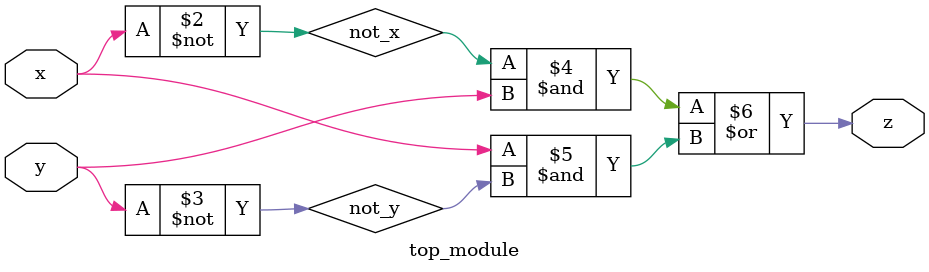
<source format=sv>
module top_module(
	input x,
	input y,
	output z);

	// Declare intermediate signals
	wire x_or_y;
	wire not_x;
	wire not_y;
	
	// Connect the gates
	assign x_or_y = x ^ y;
	assign not_x = ~x;
	assign not_y = ~y;
	assign z = not_x & y | x & not_y;

endmodule

</source>
